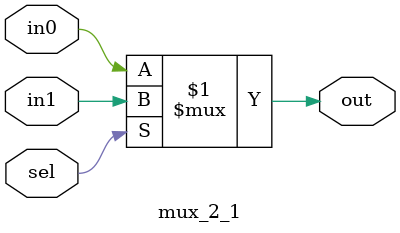
<source format=v>
module mux_2_1(sel, in0, in1, out);
	input sel;
	input in0,in1;
	output out;
	assign out = sel ? in1 : in0;
endmodule

</source>
